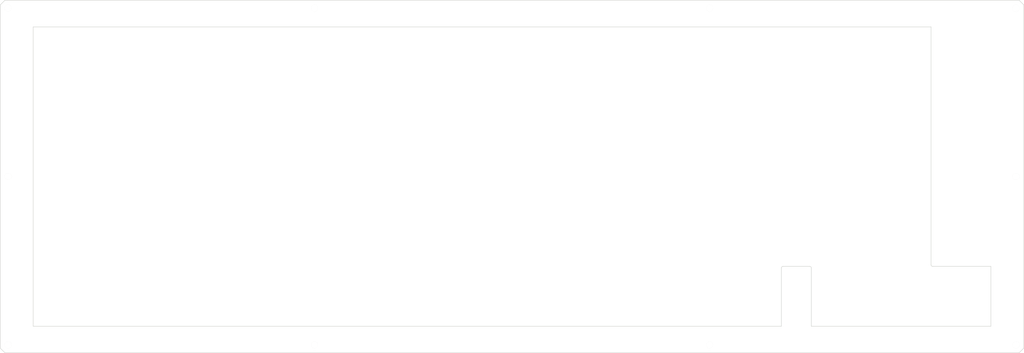
<source format=kicad_pcb>
(kicad_pcb (version 20171130) (host pcbnew "(5.1.10)-1")

  (general
    (thickness 1.6)
    (drawings 21)
    (tracks 0)
    (zones 0)
    (modules 10)
    (nets 1)
  )

  (page A3)
  (layers
    (0 F.Cu signal)
    (31 B.Cu signal)
    (32 B.Adhes user)
    (33 F.Adhes user)
    (34 B.Paste user)
    (35 F.Paste user)
    (36 B.SilkS user)
    (37 F.SilkS user)
    (38 B.Mask user)
    (39 F.Mask user)
    (40 Dwgs.User user)
    (41 Cmts.User user)
    (42 Eco1.User user)
    (43 Eco2.User user)
    (44 Edge.Cuts user)
    (45 Margin user)
    (46 B.CrtYd user)
    (47 F.CrtYd user)
    (48 B.Fab user)
    (49 F.Fab user)
  )

  (setup
    (last_trace_width 0.25)
    (user_trace_width 0.5)
    (user_trace_width 0.5)
    (trace_clearance 0.2)
    (zone_clearance 0.508)
    (zone_45_only no)
    (trace_min 0.2)
    (via_size 0.8)
    (via_drill 0.4)
    (via_min_size 0.4)
    (via_min_drill 0.3)
    (uvia_size 0.3)
    (uvia_drill 0.1)
    (uvias_allowed no)
    (uvia_min_size 0.2)
    (uvia_min_drill 0.1)
    (edge_width 0.1)
    (segment_width 0.2)
    (pcb_text_width 0.3)
    (pcb_text_size 1.5 1.5)
    (mod_edge_width 0.15)
    (mod_text_size 1 1)
    (mod_text_width 0.15)
    (pad_size 2.2 2.2)
    (pad_drill 2.2)
    (pad_to_mask_clearance 0)
    (aux_axis_origin 0 0)
    (visible_elements 7FFFFFFF)
    (pcbplotparams
      (layerselection 0x01000_7ffffffe)
      (usegerberextensions true)
      (usegerberattributes false)
      (usegerberadvancedattributes false)
      (creategerberjobfile false)
      (excludeedgelayer true)
      (linewidth 0.100000)
      (plotframeref false)
      (viasonmask false)
      (mode 1)
      (useauxorigin false)
      (hpglpennumber 1)
      (hpglpenspeed 20)
      (hpglpendiameter 15.000000)
      (psnegative false)
      (psa4output false)
      (plotreference true)
      (plotvalue true)
      (plotinvisibletext false)
      (padsonsilk false)
      (subtractmaskfromsilk false)
      (outputformat 4)
      (mirror false)
      (drillshape 0)
      (scaleselection 1)
      (outputdirectory "C:/Users/サリチル酸/Desktop/"))
  )

  (net 0 "")

  (net_class Default "これはデフォルトのネット クラスです。"
    (clearance 0.2)
    (trace_width 0.25)
    (via_dia 0.8)
    (via_drill 0.4)
    (uvia_dia 0.3)
    (uvia_drill 0.1)
  )

  (module kbd:HOLE_m2_Outline (layer F.Cu) (tedit 5DA73E67) (tstamp 60A2FDA6)
    (at 234.325 13.05)
    (descr "Mounting Hole 2.2mm, no annular, M2")
    (tags "mounting hole 2.2mm no annular m2")
    (path /629102E9)
    (attr virtual)
    (fp_text reference J12 (at 0 -3.2) (layer F.Fab) hide
      (effects (font (size 1 1) (thickness 0.15)))
    )
    (fp_text value Conn_01x01 (at 0 3.2) (layer F.Fab) hide
      (effects (font (size 1 1) (thickness 0.15)))
    )
    (fp_circle (center 0 0) (end 1.1 0) (layer Edge.Cuts) (width 0.01))
    (fp_text user %R (at 0.3 0) (layer F.Fab) hide
      (effects (font (size 1 1) (thickness 0.15)))
    )
  )

  (module kbd:HOLE_m2_Outline (layer F.Cu) (tedit 5DA73E67) (tstamp 60A2FDA0)
    (at 108.575 13.05)
    (descr "Mounting Hole 2.2mm, no annular, M2")
    (tags "mounting hole 2.2mm no annular m2")
    (path /64540392)
    (attr virtual)
    (fp_text reference J11 (at 0 -3.2) (layer F.Fab) hide
      (effects (font (size 1 1) (thickness 0.15)))
    )
    (fp_text value Conn_01x01 (at 0 3.2) (layer F.Fab) hide
      (effects (font (size 1 1) (thickness 0.15)))
    )
    (fp_circle (center 0 0) (end 1.1 0) (layer Edge.Cuts) (width 0.01))
    (fp_text user %R (at 0.3 0) (layer F.Fab) hide
      (effects (font (size 1 1) (thickness 0.15)))
    )
  )

  (module kbd:HOLE_m2_Outline (layer F.Cu) (tedit 5DA73E67) (tstamp 60A2FD8E)
    (at 11.075 13.05)
    (descr "Mounting Hole 2.2mm, no annular, M2")
    (tags "mounting hole 2.2mm no annular m2")
    (path /629E70F1)
    (attr virtual)
    (fp_text reference J8 (at 0 -3.2) (layer F.Fab) hide
      (effects (font (size 1 1) (thickness 0.15)))
    )
    (fp_text value Conn_01x01 (at 0 3.2) (layer F.Fab) hide
      (effects (font (size 1 1) (thickness 0.15)))
    )
    (fp_circle (center 0 0) (end 1.1 0) (layer Edge.Cuts) (width 0.01))
    (fp_text user %R (at 0.3 0) (layer F.Fab) hide
      (effects (font (size 1 1) (thickness 0.15)))
    )
  )

  (module kbd:HOLE_m2_Outline (layer F.Cu) (tedit 5DA73E67) (tstamp 60A2FD94)
    (at 11.075 66.65)
    (descr "Mounting Hole 2.2mm, no annular, M2")
    (tags "mounting hole 2.2mm no annular m2")
    (path /629E7105)
    (attr virtual)
    (fp_text reference J9 (at 0 -3.2) (layer F.Fab) hide
      (effects (font (size 1 1) (thickness 0.15)))
    )
    (fp_text value Conn_01x01 (at 0 3.2) (layer F.Fab) hide
      (effects (font (size 1 1) (thickness 0.15)))
    )
    (fp_circle (center 0 0) (end 1.1 0) (layer Edge.Cuts) (width 0.01))
    (fp_text user %R (at 0.3 0) (layer F.Fab) hide
      (effects (font (size 1 1) (thickness 0.15)))
    )
  )

  (module kbd:HOLE_m2_Outline (layer F.Cu) (tedit 5DA73E67) (tstamp 60A2FD9A)
    (at 11.075 120.25)
    (descr "Mounting Hole 2.2mm, no annular, M2")
    (tags "mounting hole 2.2mm no annular m2")
    (path /6454037E)
    (attr virtual)
    (fp_text reference J10 (at 0 -3.2) (layer F.Fab) hide
      (effects (font (size 1 1) (thickness 0.15)))
    )
    (fp_text value Conn_01x01 (at 0 3.2) (layer F.Fab) hide
      (effects (font (size 1 1) (thickness 0.15)))
    )
    (fp_circle (center 0 0) (end 1.1 0) (layer Edge.Cuts) (width 0.01))
    (fp_text user %R (at 0.3 0) (layer F.Fab) hide
      (effects (font (size 1 1) (thickness 0.15)))
    )
  )

  (module kbd:HOLE_m2_Outline (layer F.Cu) (tedit 5DA73E67) (tstamp 60A2FDB2)
    (at 234.325 120.25)
    (descr "Mounting Hole 2.2mm, no annular, M2")
    (tags "mounting hole 2.2mm no annular m2")
    (path /5CC48CD6)
    (attr virtual)
    (fp_text reference J14 (at 0 -3.2) (layer F.Fab) hide
      (effects (font (size 1 1) (thickness 0.15)))
    )
    (fp_text value Conn_01x01 (at 0 3.2) (layer F.Fab) hide
      (effects (font (size 1 1) (thickness 0.15)))
    )
    (fp_circle (center 0 0) (end 1.1 0) (layer Edge.Cuts) (width 0.01))
    (fp_text user %R (at 0.3 0) (layer F.Fab) hide
      (effects (font (size 1 1) (thickness 0.15)))
    )
  )

  (module kbd:HOLE_m2_Outline (layer F.Cu) (tedit 5DA73E67) (tstamp 60A2FDB8)
    (at 331.825 13.05)
    (descr "Mounting Hole 2.2mm, no annular, M2")
    (tags "mounting hole 2.2mm no annular m2")
    (path /5CC9EE7D)
    (attr virtual)
    (fp_text reference J15 (at 0 -3.2) (layer F.Fab) hide
      (effects (font (size 1 1) (thickness 0.15)))
    )
    (fp_text value Conn_01x01 (at 0 3.2) (layer F.Fab) hide
      (effects (font (size 1 1) (thickness 0.15)))
    )
    (fp_circle (center 0 0) (end 1.1 0) (layer Edge.Cuts) (width 0.01))
    (fp_text user %R (at 0.3 0) (layer F.Fab) hide
      (effects (font (size 1 1) (thickness 0.15)))
    )
  )

  (module kbd:HOLE_m2_Outline (layer F.Cu) (tedit 5DA73E67) (tstamp 60A2FDBE)
    (at 331.825 66.65)
    (descr "Mounting Hole 2.2mm, no annular, M2")
    (tags "mounting hole 2.2mm no annular m2")
    (path /629E70E7)
    (attr virtual)
    (fp_text reference J16 (at 0 -3.2) (layer F.Fab) hide
      (effects (font (size 1 1) (thickness 0.15)))
    )
    (fp_text value Conn_01x01 (at 0 3.2) (layer F.Fab) hide
      (effects (font (size 1 1) (thickness 0.15)))
    )
    (fp_circle (center 0 0) (end 1.1 0) (layer Edge.Cuts) (width 0.01))
    (fp_text user %R (at 0.3 0) (layer F.Fab) hide
      (effects (font (size 1 1) (thickness 0.15)))
    )
  )

  (module kbd:HOLE_m2_Outline (layer F.Cu) (tedit 5DA73E67) (tstamp 60A2FDC4)
    (at 331.825 120.25)
    (descr "Mounting Hole 2.2mm, no annular, M2")
    (tags "mounting hole 2.2mm no annular m2")
    (path /629E70FB)
    (attr virtual)
    (fp_text reference J17 (at 0 -3.2) (layer F.Fab) hide
      (effects (font (size 1 1) (thickness 0.15)))
    )
    (fp_text value Conn_01x01 (at 0 3.2) (layer F.Fab) hide
      (effects (font (size 1 1) (thickness 0.15)))
    )
    (fp_circle (center 0 0) (end 1.1 0) (layer Edge.Cuts) (width 0.01))
    (fp_text user %R (at 0.3 0) (layer F.Fab) hide
      (effects (font (size 1 1) (thickness 0.15)))
    )
  )

  (module kbd:HOLE_m2_Outline (layer F.Cu) (tedit 5DA73E67) (tstamp 60A2FDAC)
    (at 108.575 120.25)
    (descr "Mounting Hole 2.2mm, no annular, M2")
    (tags "mounting hole 2.2mm no annular m2")
    (path /629102FD)
    (attr virtual)
    (fp_text reference J13 (at 0 -3.2) (layer F.Fab) hide
      (effects (font (size 1 1) (thickness 0.15)))
    )
    (fp_text value Conn_01x01 (at 0 3.2) (layer F.Fab) hide
      (effects (font (size 1 1) (thickness 0.15)))
    )
    (fp_circle (center 0 0) (end 1.1 0) (layer Edge.Cuts) (width 0.01))
    (fp_text user %R (at 0.3 0) (layer F.Fab) hide
      (effects (font (size 1 1) (thickness 0.15)))
    )
  )

  (gr_arc (start 305.3 94.75) (end 304.8 94.75) (angle -90) (layer Edge.Cuts) (width 0.15) (tstamp 60B11DF8))
  (gr_arc (start 257.675 95.75) (end 257.675 95.25) (angle -90) (layer Edge.Cuts) (width 0.15) (tstamp 60B11DDD))
  (gr_arc (start 266.2 95.75) (end 266.7 95.75) (angle -90) (layer Edge.Cuts) (width 0.15))
  (gr_line (start 305.3 95.25) (end 323.85 95.25) (layer Edge.Cuts) (width 0.15) (tstamp 60B11CDA))
  (gr_line (start 304.8 19.05) (end 304.8 94.75) (layer Edge.Cuts) (width 0.15))
  (gr_line (start 266.7 114.3) (end 323.85 114.3) (layer Edge.Cuts) (width 0.15) (tstamp 60B11BC8))
  (gr_line (start 266.7 95.75) (end 266.7 114.3) (layer Edge.Cuts) (width 0.15))
  (gr_line (start 257.675 95.25) (end 266.2 95.25) (layer Edge.Cuts) (width 0.15))
  (gr_line (start 257.175 114.3) (end 257.175 95.75) (layer Edge.Cuts) (width 0.15))
  (gr_line (start 19.05 114.3) (end 257.175 114.3) (layer Edge.Cuts) (width 0.15))
  (gr_line (start 19.05 19.05) (end 19.05 114.3) (layer Edge.Cuts) (width 0.15))
  (gr_line (start 304.8 19.05) (end 19.05 19.05) (layer Edge.Cuts) (width 0.15))
  (gr_line (start 323.85 114.3) (end 323.85 95.25) (layer Edge.Cuts) (width 0.15))
  (gr_line (start 10.075 122.75) (end 8.575 121.25) (layer Edge.Cuts) (width 0.15) (tstamp 60883451))
  (gr_line (start 334.325 12.05) (end 332.825 10.55) (layer Edge.Cuts) (width 0.15) (tstamp 60883444))
  (gr_line (start 8.575 12.05) (end 10.075 10.55) (layer Edge.Cuts) (width 0.15) (tstamp 60883437))
  (gr_line (start 332.825 122.75) (end 334.325 121.25) (layer Edge.Cuts) (width 0.15))
  (gr_line (start 10.075 122.75) (end 332.825 122.75) (layer Edge.Cuts) (width 0.15))
  (gr_line (start 8.575 12.05) (end 8.575 121.25) (layer Edge.Cuts) (width 0.15))
  (gr_line (start 332.825 10.55) (end 10.075 10.55) (layer Edge.Cuts) (width 0.15))
  (gr_line (start 334.325 121.25) (end 334.325 12.05) (layer Edge.Cuts) (width 0.15))

)

</source>
